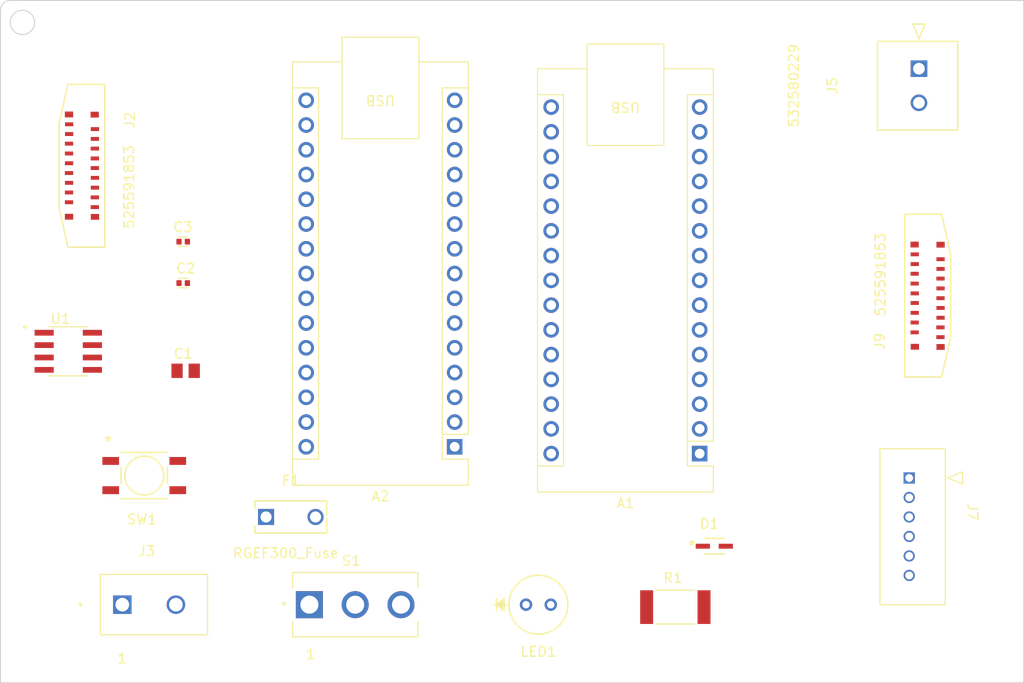
<source format=kicad_pcb>
(kicad_pcb (version 20211014) (generator pcbnew)
  (layers (0 "F.Cu" signal) (31 "B.Cu" signal) (34 "B.Paste" user) (35 "F.Paste" user) (36 "B.SilkS" user "B.Silkscreen") (37 "F.SilkS" user "F.Silkscreen") (38 "B.Mask" user) (39 "F.Mask" user) (44 "Edge.Cuts" user))
  (net 0 "")
  (net 1 "/7.4V")
  (net 8 "GNDREF")
  (footprint "CatBot_JSC:CAPC1005X55N" (layer "F.Cu") (at 108.75 76)
    (fp_text reference "C2" (at 0.25 -1.5) (layer "F.SilkS"))
    (fp_text value "CL05A104KA5NNNC")
    (fp_line (start -0.5 0.48) (end 0.5 0.48) (layer "F.SilkS") (width 0.127))
    (fp_line (start 0.5 -0.48) (end -0.5 -0.48) (layer "F.SilkS") (width 0.127))
    (pad "1" smd roundrect (at -0.43 0 90) (size 0.6 0.54) (layers "F.Cu" "F.Paste" "F.Mask") (roundrect_rratio 0.14))
    (pad "2" smd roundrect (at 0.43 0 90) (size 0.6 0.54) (layers "F.Cu" "F.Paste" "F.Mask") (roundrect_rratio 0.14))
  )
  (footprint "CatBot_JSC:Diode_CR_SOD323_MCC-M" (layer "F.Cu") (at 163.25 103)
    (fp_text reference "D1" (at -0.508 -2.286 unlocked) (layer "F.SilkS"))
    (fp_text value "1N4148WX-TP" hide)
    (fp_text user "*" (at -2.289899 0 unlocked) (layer "F.SilkS"))
    (fp_text user "*" (at -2.289899 0) (layer "F.SilkS"))
    (fp_line (start 1.0287 -0.8001) (end -1.0287 -0.8001) (layer "F.SilkS") (width 0.1524))
    (fp_line (start -1.0287 0.8001) (end 1.0287 0.8001) (layer "F.SilkS") (width 0.1524))
    (pad "1" smd rect (at -1.1803 0) (size 1.457198 0.5064) (layers "F.Cu" "F.Paste" "F.Mask"))
    (pad "2" smd rect (at 1.1803 0) (size 1.457198 0.5064) (layers "F.Cu" "F.Paste" "F.Mask"))
  )
  (footprint "CatBot_JSC:Push_Button_Switch_SW4_TL3305CF260QG_EWI-M" (layer "F.Cu") (at 104.75 95.75)
    (fp_text reference "SW1" (at -0.25 4.5 unlocked) (layer "F.SilkS"))
    (fp_text value "TL3305CF260QG" hide)
    (fp_text user "*" (at -3.6949 -3.454199 unlocked) (layer "F.SilkS"))
    (fp_text user "*" (at -3.6949 -3.454199) (layer "F.SilkS"))
    (fp_line (start -2.3749 -0.836626) (end -2.3749 0.836626) (layer "F.SilkS") (width 0.1524))
    (fp_line (start 2.3749 -2.3749) (end -2.3749 -2.3749) (layer "F.SilkS") (width 0.1524))
    (fp_line (start 2.3749 0.836626) (end 2.3749 -0.836626) (layer "F.SilkS") (width 0.1524))
    (fp_line (start -2.3749 2.3749) (end 2.3749 2.3749) (layer "F.SilkS") (width 0.1524))
    (fp_circle (center 0 0) (end 1.9939 0) (layer "F.SilkS") (width 0.1524) (fill none))
    (pad "1" smd rect (at -3.4409 -1.5) (size 1.711198 0.8112) (layers "F.Cu" "F.Paste" "F.Mask"))
    (pad "2" smd rect (at 3.4409 -1.5) (size 1.711198 0.8112) (layers "F.Cu" "F.Paste" "F.Mask"))
    (pad "3" smd rect (at -3.4409 1.5) (size 1.711198 0.8112) (layers "F.Cu" "F.Paste" "F.Mask"))
    (pad "4" smd rect (at 3.4409 1.5) (size 1.711198 0.8112) (layers "F.Cu" "F.Paste" "F.Mask"))
  )
  (footprint "CatBot_JSC:SOIC127P600X175-8N_MAX7480" (layer "F.Cu") (at 96.955 83)
    (fp_text reference "U1" (at -0.795 -3.332) (layer "F.SilkS"))
    (fp_text value "MAX7480ESA+" hide)
    (fp_line (start -2 -2.52) (end 2 -2.52) (layer "F.SilkS") (width 0.127))
    (fp_line (start -2 2.52) (end 2 2.52) (layer "F.SilkS") (width 0.127))
    (fp_circle (center -4.445 -2.495) (end -4.345 -2.495) (layer "F.SilkS") (width 0.2) (fill none))
    (pad "1" smd roundrect (at -2.475 -1.905) (size 1.97 0.59) (layers "F.Cu" "F.Paste" "F.Mask") (roundrect_rratio 0.07))
    (pad "2" smd roundrect (at -2.475 -0.635) (size 1.97 0.59) (layers "F.Cu" "F.Paste" "F.Mask") (roundrect_rratio 0.07))
    (pad "3" smd roundrect (at -2.475 0.635) (size 1.97 0.59) (layers "F.Cu" "F.Paste" "F.Mask") (roundrect_rratio 0.07))
    (pad "4" smd roundrect (at -2.475 1.905) (size 1.97 0.59) (layers "F.Cu" "F.Paste" "F.Mask") (roundrect_rratio 0.07))
    (pad "5" smd roundrect (at 2.475 1.905) (size 1.97 0.59) (layers "F.Cu" "F.Paste" "F.Mask") (roundrect_rratio 0.07))
    (pad "6" smd roundrect (at 2.475 0.635) (size 1.97 0.59) (layers "F.Cu" "F.Paste" "F.Mask") (roundrect_rratio 0.07))
    (pad "7" smd roundrect (at 2.475 -0.635) (size 1.97 0.59) (layers "F.Cu" "F.Paste" "F.Mask") (roundrect_rratio 0.07))
    (pad "8" smd roundrect (at 2.475 -1.905) (size 1.97 0.59) (layers "F.Cu" "F.Paste" "F.Mask") (roundrect_rratio 0.07))
  )
  (footprint "CatBot_JSC:CAPC1005X55N" (layer "F.Cu") (at 108.75 71.75)
    (fp_text reference "C3" (at -0.038306 -1.5) (layer "F.SilkS"))
    (fp_text value "CL05A104KA5NNNC")
    (fp_line (start 0.5 -0.48) (end -0.5 -0.48) (layer "F.SilkS") (width 0.127))
    (fp_line (start -0.5 0.48) (end 0.5 0.48) (layer "F.SilkS") (width 0.127))
    (pad "1" smd roundrect (at -0.43 0 90) (size 0.6 0.54) (layers "F.Cu" "F.Paste" "F.Mask") (roundrect_rratio 0.14))
    (pad "2" smd roundrect (at 0.43 0 90) (size 0.6 0.54) (layers "F.Cu" "F.Paste" "F.Mask") (roundrect_rratio 0.14))
  )
  (footprint "CatBot_JSC:Slider_switch_500SSP1S2M2QEA" (layer "F.Cu") (at 126.4 109)
    (fp_text reference "S1" (at -0.4 -4.5) (layer "F.SilkS"))
    (fp_text value "500SSP1S2M2QEA" hide)
    (fp_text user "1" (at -4.572 5.08 unlocked) (layer "F.SilkS"))
    (fp_line (start 6.425 -3.3) (end 6.425 -1.75) (layer "F.SilkS") (width 0.127))
    (fp_line (start -6.425 3.3) (end -6.425 1.75) (layer "F.SilkS") (width 0.127))
    (fp_line (start -6.425 -3.3) (end 6.425 -3.3) (layer "F.SilkS") (width 0.127))
    (fp_line (start 6.425 3.3) (end -6.425 3.3) (layer "F.SilkS") (width 0.127))
    (fp_line (start 6.425 1.75) (end 6.425 3.3) (layer "F.SilkS") (width 0.127))
    (fp_line (start -6.425 -1.75) (end -6.425 -3.3) (layer "F.SilkS") (width 0.127))
    (fp_circle (center -7.3 -0.1) (end -7.2 -0.1) (layer "F.SilkS") (width 0.2) (fill none))
    (pad "1" thru_hole rect (at -4.7 0) (size 2.775 2.775) (drill 1.85) (layers *.Cu *.Mask))
    (pad "2" thru_hole circle (at 0 0) (size 2.775 2.775) (drill 1.85) (layers *.Cu *.Mask))
    (pad "3" thru_hole circle (at 4.7 0) (size 2.775 2.775) (drill 1.85) (layers *.Cu *.Mask))
  )
  (footprint "CatBot_JSC:Arduino_BLE_33" (layer "F.Cu") (at 136.61 92.8 180)
    (fp_text reference "A2" (at 7.62 -5.08) (layer "F.SilkS"))
    (fp_text value "Arduino_Nano")
    (fp_text user "USB" (at 7.62 35.56 180 unlocked) (layer "F.SilkS"))
    (fp_line (start 1.27 1.27) (end -1.4 1.27) (layer "F.SilkS") (width 0.12))
    (fp_line (start 16.64 -3.94) (end -1.4 -3.94) (layer "F.SilkS") (width 0.12))
    (fp_line (start 16.64 39.5) (end 11.56 39.5) (layer "F.SilkS") (width 0.12))
    (fp_line (start 13.97 36.83) (end 16.64 36.83) (layer "F.SilkS") (width 0.12))
    (fp_line (start 16.64 39.5) (end 16.64 -3.94) (layer "F.SilkS") (width 0.12))
    (fp_line (start 3.68 42.04) (end 3.68 31.62) (layer "F.SilkS") (width 0.12))
    (fp_line (start 13.97 -1.27) (end 13.97 36.83) (layer "F.SilkS") (width 0.12))
    (fp_line (start 1.27 36.83) (end -1.4 36.83) (layer "F.SilkS") (width 0.12))
    (fp_line (start 3.68 31.62) (end 11.56 31.62) (layer "F.SilkS") (width 0.12))
    (fp_line (start 11.56 42.04) (end 3.68 42.04) (layer "F.SilkS") (width 0.12))
    (fp_line (start 1.27 1.27) (end 1.27 -1.27) (layer "F.SilkS") (width 0.12))
    (fp_line (start -1.4 39.5) (end 3.68 39.5) (layer "F.SilkS") (width 0.12))
    (fp_line (start 1.27 1.27) (end 1.27 36.83) (layer "F.SilkS") (width 0.12))
    (fp_line (start 11.56 31.62) (end 11.56 42.04) (layer "F.SilkS") (width 0.12))
    (fp_line (start 1.27 -1.27) (end -1.4 -1.27) (layer "F.SilkS") (width 0.12))
    (fp_line (start 13.97 -1.27) (end 16.64 -1.27) (layer "F.SilkS") (width 0.12))
    (fp_line (start -1.4 1.27) (end -1.4 39.5) (layer "F.SilkS") (width 0.12))
    (fp_line (start -1.4 -3.94) (end -1.4 -1.27) (layer "F.SilkS") (width 0.12))
    (pad "1" thru_hole rect (at 0 0 180) (size 1.6 1.6) (drill 1) (layers *.Cu *.Mask))
    (pad "2" thru_hole oval (at 0 2.54 180) (size 1.6 1.6) (drill 1) (layers *.Cu *.Mask))
    (pad "3" thru_hole oval (at 0 5.08 180) (size 1.6 1.6) (drill 1) (layers *.Cu *.Mask))
    (pad "4" thru_hole oval (at 0 7.62 180) (size 1.6 1.6) (drill 1) (layers *.Cu *.Mask))
    (pad "5" thru_hole oval (at 0 10.16 180) (size 1.6 1.6) (drill 1) (layers *.Cu *.Mask))
    (pad "6" thru_hole oval (at 0 12.7 180) (size 1.6 1.6) (drill 1) (layers *.Cu *.Mask))
    (pad "7" thru_hole oval (at 0 15.24 180) (size 1.6 1.6) (drill 1) (layers *.Cu *.Mask))
    (pad "8" thru_hole oval (at 0 17.78 180) (size 1.6 1.6) (drill 1) (layers *.Cu *.Mask))
    (pad "9" thru_hole oval (at 0 20.32 180) (size 1.6 1.6) (drill 1) (layers *.Cu *.Mask))
    (pad "10" thru_hole oval (at 0 22.86 180) (size 1.6 1.6) (drill 1) (layers *.Cu *.Mask))
    (pad "11" thru_hole oval (at 0 25.4 180) (size 1.6 1.6) (drill 1) (layers *.Cu *.Mask))
    (pad "12" thru_hole oval (at 0 27.94 180) (size 1.6 1.6) (drill 1) (layers *.Cu *.Mask))
    (pad "13" thru_hole oval (at 0 30.48 180) (size 1.6 1.6) (drill 1) (layers *.Cu *.Mask))
    (pad "14" thru_hole oval (at 0 33.02 180) (size 1.6 1.6) (drill 1) (layers *.Cu *.Mask))
    (pad "15" thru_hole oval (at 0 35.56 180) (size 1.6 1.6) (drill 1) (layers *.Cu *.Mask))
    (pad "16" thru_hole oval (at 15.24 35.56 180) (size 1.6 1.6) (drill 1) (layers *.Cu *.Mask))
    (pad "17" thru_hole oval (at 15.24 33.02 180) (size 1.6 1.6) (drill 1) (layers *.Cu *.Mask))
    (pad "18" thru_hole oval (at 15.24 30.48 180) (size 1.6 1.6) (drill 1) (layers *.Cu *.Mask))
    (pad "19" thru_hole oval (at 15.24 27.94 180) (size 1.6 1.6) (drill 1) (layers *.Cu *.Mask))
    (pad "20" thru_hole oval (at 15.24 25.4 180) (size 1.6 1.6) (drill 1) (layers *.Cu *.Mask))
    (pad "21" thru_hole oval (at 15.24 22.86 180) (size 1.6 1.6) (drill 1) (layers *.Cu *.Mask))
    (pad "22" thru_hole oval (at 15.24 20.32 180) (size 1.6 1.6) (drill 1) (layers *.Cu *.Mask))
    (pad "23" thru_hole oval (at 15.24 17.78 180) (size 1.6 1.6) (drill 1) (layers *.Cu *.Mask))
    (pad "24" thru_hole oval (at 15.24 15.24 180) (size 1.6 1.6) (drill 1) (layers *.Cu *.Mask))
    (pad "25" thru_hole oval (at 15.24 12.7 180) (size 1.6 1.6) (drill 1) (layers *.Cu *.Mask))
    (pad "26" thru_hole oval (at 15.24 10.16 180) (size 1.6 1.6) (drill 1) (layers *.Cu *.Mask))
    (pad "27" thru_hole oval (at 15.24 7.62 180) (size 1.6 1.6) (drill 1) (layers *.Cu *.Mask))
    (pad "28" thru_hole oval (at 15.24 5.08 180) (size 1.6 1.6) (drill 1) (layers *.Cu *.Mask))
    (pad "29" thru_hole oval (at 15.24 2.54 180) (size 1.6 1.6) (drill 1) (layers *.Cu *.Mask))
    (pad "30" thru_hole oval (at 15.24 0 180) (size 1.6 1.6) (drill 1) (layers *.Cu *.Mask))
  )
  (footprint "Molex_connectors_JSC:CON_39288020" (layer "F.Cu") (at 102.5 109 90)
    (fp_text reference "J3" (at 5.5 2.499999 unlocked) (layer "F.SilkS"))
    (fp_text value "39288020" hide)
    (fp_text user "1" (at -5.5 -0.000001 unlocked) (layer "F.SilkS"))
    (fp_line (start 3.099994 8.75) (end 3.099994 -2.250001) (layer "F.SilkS") (width 0.127))
    (fp_line (start 3.099994 -2.250001) (end -3.099994 -2.250001) (layer "F.SilkS") (width 0.127))
    (fp_line (start -3.099994 -2.250001) (end -3.099994 8.75) (layer "F.SilkS") (width 0.127))
    (fp_line (start -3.099994 8.75) (end 3.099994 8.75) (layer "F.SilkS") (width 0.127))
    (fp_circle (center 0 -4.318) (end 0.1 -4.318) (layer "F.SilkS") (width 0.2) (fill none))
    (pad "1" thru_hole rect (at 0 0 90) (size 1.9 1.9) (drill 1.4) (layers *.Cu *.Mask) (net 1 "/7.4V"))
    (pad "2" thru_hole circle (at 0 5.499999 90) (size 1.9 1.9) (drill 1.4) (layers *.Cu *.Mask) (net 8 "GNDREF"))
  )
  (footprint "Molex_connectors_JSC:CON_559320630_MOL" (layer "F.Cu") (at 183.25 96 -90)
    (fp_text reference "J7" (at 3.5 -6.5 -90 unlocked) (layer "F.SilkS"))
    (fp_text value "559320630" hide)
    (fp_line (start 12.999984 -3.7) (end -2.999984 -3.7) (layer "F.SilkS") (width 0.127))
    (fp_line (start 0.635 -5.478) (end -0.635 -5.478) (layer "F.SilkS") (width 0.127))
    (fp_line (start 0 -3.954) (end 0.635 -5.478) (layer "F.SilkS") (width 0.127))
    (fp_line (start -0.635 -5.478) (end 0 -3.954) (layer "F.SilkS") (width 0.127))
    (fp_line (start 12.999984 2.999999) (end 12.999984 -3.7) (layer "F.SilkS") (width 0.127))
    (fp_line (start -2.999984 2.999999) (end 12.999984 2.999999) (layer "F.SilkS") (width 0.127))
    (fp_line (start -2.999984 -3.7) (end -2.999984 2.999999) (layer "F.SilkS") (width 0.127))
    (pad "1" thru_hole rect (at 0 0 270) (size 1.15 1.15) (drill 0.8) (layers *.Cu *.Mask))
    (pad "2" thru_hole circle (at 2.000001 0 270) (size 1.15 1.15) (drill 0.8) (layers *.Cu *.Mask))
    (pad "3" thru_hole circle (at 4 0 270) (size 1.15 1.15) (drill 0.8) (layers *.Cu *.Mask))
    (pad "4" thru_hole circle (at 6.000001 0 270) (size 1.15 1.15) (drill 0.8) (layers *.Cu *.Mask))
    (pad "5" thru_hole circle (at 7.999999 0 270) (size 1.15 1.15) (drill 0.8) (layers *.Cu *.Mask))
    (pad "6" thru_hole circle (at 10 0 270) (size 1.15 1.15) (drill 0.8) (layers *.Cu *.Mask))
  )
  (footprint "Molex_connectors_JSC:CON_525591853_MOL" (layer "F.Cu") (at 98.5 63.75 -90)
    (fp_text reference "J2" (at -4.480388 -4.7752 90) (layer "F.SilkS"))
    (fp_text value "0525591853" hide)
    (fp_text user "525591853" (at 2.377612 -4.699 90) (layer "F.SilkS"))
    (fp_line (start 8.562382 -2.208275) (end 8.562382 1.578239) (layer "F.SilkS") (width 0.1524))
    (fp_line (start 4.518516 2.491377) (end -4.093752 2.491377) (layer "F.SilkS") (width 0.1524))
    (fp_line (start -4.093752 2.491377) (end -8.137618 1.578239) (layer "F.SilkS") (width 0.1524))
    (fp_line (start -8.137618 1.578239) (end -8.137618 -2.208275) (layer "F.SilkS") (width 0.1524))
    (fp_line (start 8.562382 1.578239) (end 4.518516 2.491377) (layer "F.SilkS") (width 0.1524))
    (fp_line (start -8.137618 -2.208275) (end 8.562382 -2.208275) (layer "F.SilkS") (width 0.1524))
    (pad "1" smd rect (at -5.034976 -1.1684 270) (size 0.6 0.85) (layers "F.Cu" "F.Paste" "F.Mask"))
    (pad "1" smd rect (at -5.052753 1.46837 270) (size 0.6 0.85) (layers "F.Cu" "F.Paste" "F.Mask"))
    (pad "2" smd rect (at -3.552413 -1.191441 270) (size 0.4 0.85) (layers "F.Cu" "F.Paste" "F.Mask"))
    (pad "3" smd rect (at -2.546792 -1.188067 270) (size 0.4 0.85) (layers "F.Cu" "F.Paste" "F.Mask"))
    (pad "4" smd rect (at -1.552228 -1.184082 270) (size 0.4 0.85) (layers "F.Cu" "F.Paste" "F.Mask"))
    (pad "5" smd rect (at -0.541478 -1.184082 270) (size 0.4 0.85) (layers "F.Cu" "F.Paste" "F.Mask"))
    (pad "6" smd rect (at 0.444976 -1.184082 270) (size 0.4 0.85) (layers "F.Cu" "F.Paste" "F.Mask"))
    (pad "7" smd rect (at 1.449861 -1.19097 270) (size 0.4 0.85) (layers "F.Cu" "F.Paste" "F.Mask"))
    (pad "8" smd rect (at 2.458024 -1.19097 270) (size 0.4 0.85) (layers "F.Cu" "F.Paste" "F.Mask"))
    (pad "9" smd rect (at 3.453521 -1.181717 270) (size 0.4 0.85) (layers "F.Cu" "F.Paste" "F.Mask"))
    (pad "10" smd rect (at 4.452394 -1.181717 270) (size 0.4 0.85) (layers "F.Cu" "F.Paste" "F.Mask"))
    (pad "11" smd rect (at 5.455223 -1.196089 270) (size 0.6 0.85) (layers "F.Cu" "F.Paste" "F.Mask"))
    (pad "12" smd rect (at 5.439956 1.466975 270) (size 0.6 0.85) (layers "F.Cu" "F.Paste" "F.Mask"))
    (pad "13" smd rect (at 3.952239 1.467001 270) (size 0.4 0.85) (layers "F.Cu" "F.Paste" "F.Mask"))
    (pad "14" smd rect (at 2.953713 1.467368 270) (size 0.4 0.85) (layers "F.Cu" "F.Paste" "F.Mask"))
    (pad "15" smd rect (at 1.962399 1.461537 270) (size 0.4 0.85) (layers "F.Cu" "F.Paste" "F.Mask"))
    (pad "16" smd rect (at 0.955564 1.4664 270) (size 0.4 0.85) (layers "F.Cu" "F.Paste" "F.Mask"))
    (pad "17" smd rect (at -0.048708 1.46235 270) (size 0.4 0.85) (layers "F.Cu" "F.Paste" "F.Mask"))
    (pad "18" smd rect (at -1.04893 1.4664 270) (size 0.4 0.85) (layers "F.Cu" "F.Paste" "F.Mask"))
    (pad "19" smd rect (at -2.057251 1.4664 270) (size 0.4 0.85) (layers "F.Cu" "F.Paste" "F.Mask"))
    (pad "20" smd rect (at -3.044778 1.456842 270) (size 0.4 0.85) (layers "F.Cu" "F.Paste" "F.Mask"))
    (pad "21" smd rect (at -4.045421 1.456842 270) (size 0.4 0.85) (layers "F.Cu" "F.Paste" "F.Mask"))
  )
  (footprint "CatBot_JSC:Arduino_BLE_33" (layer "F.Cu") (at 161.75 93.5 180)
    (fp_text reference "A1" (at 7.62 -5.08) (layer "F.SilkS"))
    (fp_text value "Arduino_Nano")
    (fp_text user "USB" (at 7.62 35.56 180 unlocked) (layer "F.SilkS"))
    (fp_line (start 13.97 -1.27) (end 16.64 -1.27) (layer "F.SilkS") (width 0.12))
    (fp_line (start -1.4 39.5) (end 3.68 39.5) (layer "F.SilkS") (width 0.12))
    (fp_line (start 1.27 36.83) (end -1.4 36.83) (layer "F.SilkS") (width 0.12))
    (fp_line (start 1.27 1.27) (end 1.27 36.83) (layer "F.SilkS") (width 0.12))
    (fp_line (start 16.64 39.5) (end 11.56 39.5) (layer "F.SilkS") (width 0.12))
    (fp_line (start 11.56 31.62) (end 11.56 42.04) (layer "F.SilkS") (width 0.12))
    (fp_line (start 1.27 1.27) (end 1.27 -1.27) (layer "F.SilkS") (width 0.12))
    (fp_line (start 1.27 -1.27) (end -1.4 -1.27) (layer "F.SilkS") (width 0.12))
    (fp_line (start 13.97 -1.27) (end 13.97 36.83) (layer "F.SilkS") (width 0.12))
    (fp_line (start -1.4 -3.94) (end -1.4 -1.27) (layer "F.SilkS") (width 0.12))
    (fp_line (start 16.64 -3.94) (end -1.4 -3.94) (layer "F.SilkS") (width 0.12))
    (fp_line (start 13.97 36.83) (end 16.64 36.83) (layer "F.SilkS") (width 0.12))
    (fp_line (start 1.27 1.27) (end -1.4 1.27) (layer "F.SilkS") (width 0.12))
    (fp_line (start -1.4 1.27) (end -1.4 39.5) (layer "F.SilkS") (width 0.12))
    (fp_line (start 11.56 42.04) (end 3.68 42.04) (layer "F.SilkS") (width 0.12))
    (fp_line (start 3.68 31.62) (end 11.56 31.62) (layer "F.SilkS") (width 0.12))
    (fp_line (start 16.64 39.5) (end 16.64 -3.94) (layer "F.SilkS") (width 0.12))
    (fp_line (start 3.68 42.04) (end 3.68 31.62) (layer "F.SilkS") (width 0.12))
    (pad "1" thru_hole rect (at 0 0 180) (size 1.6 1.6) (drill 1) (layers *.Cu *.Mask))
    (pad "2" thru_hole oval (at 0 2.54 180) (size 1.6 1.6) (drill 1) (layers *.Cu *.Mask))
    (pad "3" thru_hole oval (at 0 5.08 180) (size 1.6 1.6) (drill 1) (layers *.Cu *.Mask))
    (pad "4" thru_hole oval (at 0 7.62 180) (size 1.6 1.6) (drill 1) (layers *.Cu *.Mask))
    (pad "5" thru_hole oval (at 0 10.16 180) (size 1.6 1.6) (drill 1) (layers *.Cu *.Mask))
    (pad "6" thru_hole oval (at 0 12.7 180) (size 1.6 1.6) (drill 1) (layers *.Cu *.Mask))
    (pad "7" thru_hole oval (at 0 15.24 180) (size 1.6 1.6) (drill 1) (layers *.Cu *.Mask))
    (pad "8" thru_hole oval (at 0 17.78 180) (size 1.6 1.6) (drill 1) (layers *.Cu *.Mask))
    (pad "9" thru_hole oval (at 0 20.32 180) (size 1.6 1.6) (drill 1) (layers *.Cu *.Mask))
    (pad "10" thru_hole oval (at 0 22.86 180) (size 1.6 1.6) (drill 1) (layers *.Cu *.Mask))
    (pad "11" thru_hole oval (at 0 25.4 180) (size 1.6 1.6) (drill 1) (layers *.Cu *.Mask))
    (pad "12" thru_hole oval (at 0 27.94 180) (size 1.6 1.6) (drill 1) (layers *.Cu *.Mask))
    (pad "13" thru_hole oval (at 0 30.48 180) (size 1.6 1.6) (drill 1) (layers *.Cu *.Mask))
    (pad "14" thru_hole oval (at 0 33.02 180) (size 1.6 1.6) (drill 1) (layers *.Cu *.Mask))
    (pad "15" thru_hole oval (at 0 35.56 180) (size 1.6 1.6) (drill 1) (layers *.Cu *.Mask))
    (pad "16" thru_hole oval (at 15.24 35.56 180) (size 1.6 1.6) (drill 1) (layers *.Cu *.Mask))
    (pad "17" thru_hole oval (at 15.24 33.02 180) (size 1.6 1.6) (drill 1) (layers *.Cu *.Mask))
    (pad "18" thru_hole oval (at 15.24 30.48 180) (size 1.6 1.6) (drill 1) (layers *.Cu *.Mask))
    (pad "19" thru_hole oval (at 15.24 27.94 180) (size 1.6 1.6) (drill 1) (layers *.Cu *.Mask))
    (pad "20" thru_hole oval (at 15.24 25.4 180) (size 1.6 1.6) (drill 1) (layers *.Cu *.Mask))
    (pad "21" thru_hole oval (at 15.24 22.86 180) (size 1.6 1.6) (drill 1) (layers *.Cu *.Mask))
    (pad "22" thru_hole oval (at 15.24 20.32 180) (size 1.6 1.6) (drill 1) (layers *.Cu *.Mask))
    (pad "23" thru_hole oval (at 15.24 17.78 180) (size 1.6 1.6) (drill 1) (layers *.Cu *.Mask))
    (pad "24" thru_hole oval (at 15.24 15.24 180) (size 1.6 1.6) (drill 1) (layers *.Cu *.Mask))
    (pad "25" thru_hole oval (at 15.24 12.7 180) (size 1.6 1.6) (drill 1) (layers *.Cu *.Mask))
    (pad "26" thru_hole oval (at 15.24 10.16 180) (size 1.6 1.6) (drill 1) (layers *.Cu *.Mask))
    (pad "27" thru_hole oval (at 15.24 7.62 180) (size 1.6 1.6) (drill 1) (layers *.Cu *.Mask))
    (pad "28" thru_hole oval (at 15.24 5.08 180) (size 1.6 1.6) (drill 1) (layers *.Cu *.Mask))
    (pad "29" thru_hole oval (at 15.24 2.54 180) (size 1.6 1.6) (drill 1) (layers *.Cu *.Mask))
    (pad "30" thru_hole oval (at 15.24 0 180) (size 1.6 1.6) (drill 1) (layers *.Cu *.Mask))
  )
  (footprint "Molex_connectors_JSC:CON_532580229_MOL" (layer "F.Cu") (at 184.25 54 90)
    (fp_text reference "J5" (at -1.749991 -8.89 90 unlocked) (layer "F.SilkS"))
    (fp_text value "532580229")
    (fp_text user "532580229" (at -1.749991 -12.835001 90 unlocked) (layer "F.SilkS"))
    (fp_line (start 4.578 -0.635) (end 4.578 0.635) (layer "F.SilkS") (width 0.1524))
    (fp_line (start -6.299983 3.989999) (end 2.799999 3.989999) (layer "F.SilkS") (width 0.1524))
    (fp_line (start 4.578 0.635) (end 3.053999 0) (layer "F.SilkS") (width 0.1524))
    (fp_line (start 3.053999 0) (end 4.578 -0.635) (layer "F.SilkS") (width 0.1524))
    (fp_line (start 2.799999 -4.260002) (end -6.299983 -4.260002) (layer "F.SilkS") (width 0.1524))
    (fp_line (start -6.299983 -4.260002) (end -6.299983 3.989999) (layer "F.SilkS") (width 0.1524))
    (fp_line (start 2.799999 3.989999) (end 2.799999 -4.260002) (layer "F.SilkS") (width 0.1524))
    (pad "1" thru_hole rect (at 0 0 90) (size 1.7 1.7) (drill 1.2) (layers *.Cu *.Mask))
    (pad "2" thru_hole circle (at -3.500001 0 90) (size 1.7 1.7) (drill 1.2) (layers *.Cu *.Mask))
  )
  (footprint "CatBot_JSC:CAPC2012X94N" (layer "F.Cu") (at 109 85)
    (fp_text reference "C1" (at -0.25 -1.75) (layer "F.SilkS"))
    (fp_text value "08055C502KAT2A" hide)
    (pad "1" smd rect (at -0.88 0) (size 1.16 1.47) (layers "F.Cu" "F.Paste" "F.Mask"))
    (pad "2" smd rect (at 0.88 0) (size 1.16 1.47) (layers "F.Cu" "F.Paste" "F.Mask"))
  )
  (footprint "CatBot_JSC:RGEF300" (layer "F.Cu") (at 117.25 100)
    (fp_text reference "F1" (at 2.54 -3.7338) (layer "F.SilkS"))
    (fp_text value "RGEF300_Fuse" (at 2.0066 3.7084) (layer "F.SilkS"))
    (fp_line (start -1.143 -1.651) (end -1.143 -0.925047) (layer "F.SilkS") (width 0.1524))
    (fp_line (start -1.143 0.925047) (end -1.143 1.651) (layer "F.SilkS") (width 0.1524))
    (fp_line (start 6.223 -0.187272) (end 6.223 -1.651) (layer "F.SilkS") (width 0.1524))
    (fp_line (start 6.223 1.651) (end 6.223 0.187272) (layer "F.SilkS") (width 0.1524))
    (fp_line (start 6.223 -1.651) (end -1.143 -1.651) (layer "F.SilkS") (width 0.1524))
    (fp_line (start -1.143 1.651) (end 6.223 1.651) (layer "F.SilkS") (width 0.1524))
    (pad "1" thru_hole rect (at 0 0) (size 1.651 1.651) (drill 1.143) (layers *.Cu *.Mask))
    (pad "2" thru_hole circle (at 5.08 0) (size 1.651 1.651) (drill 1.143) (layers *.Cu *.Mask))
  )
  (footprint "Molex_connectors_JSC:CON_525591853_MOL" (layer "F.Cu") (at 185 77.5 90)
    (fp_text reference "J9" (at -4.480388 -4.7752 90) (layer "F.SilkS"))
    (fp_text value "0525591853" hide)
    (fp_text user "525591853" (at 2.377612 -4.699 90) (layer "F.SilkS"))
    (fp_line (start 8.562382 1.578239) (end 4.518516 2.491377) (layer "F.SilkS") (width 0.1524))
    (fp_line (start 8.562382 -2.208275) (end 8.562382 1.578239) (layer "F.SilkS") (width 0.1524))
    (fp_line (start -8.137618 -2.208275) (end 8.562382 -2.208275) (layer "F.SilkS") (width 0.1524))
    (fp_line (start -4.093752 2.491377) (end -8.137618 1.578239) (layer "F.SilkS") (width 0.1524))
    (fp_line (start -8.137618 1.578239) (end -8.137618 -2.208275) (layer "F.SilkS") (width 0.1524))
    (fp_line (start 4.518516 2.491377) (end -4.093752 2.491377) (layer "F.SilkS") (width 0.1524))
    (pad "1" smd rect (at -5.034976 -1.1684 90) (size 0.6 0.85) (layers "F.Cu" "F.Paste" "F.Mask"))
    (pad "1" smd rect (at -5.052753 1.46837 90) (size 0.6 0.85) (layers "F.Cu" "F.Paste" "F.Mask"))
    (pad "2" smd rect (at -3.552413 -1.191441 90) (size 0.4 0.85) (layers "F.Cu" "F.Paste" "F.Mask"))
    (pad "3" smd rect (at -2.546792 -1.188067 90) (size 0.4 0.85) (layers "F.Cu" "F.Paste" "F.Mask"))
    (pad "4" smd rect (at -1.552228 -1.184082 90) (size 0.4 0.85) (layers "F.Cu" "F.Paste" "F.Mask"))
    (pad "5" smd rect (at -0.541478 -1.184082 90) (size 0.4 0.85) (layers "F.Cu" "F.Paste" "F.Mask"))
    (pad "6" smd rect (at 0.444976 -1.184082 90) (size 0.4 0.85) (layers "F.Cu" "F.Paste" "F.Mask"))
    (pad "7" smd rect (at 1.449861 -1.19097 90) (size 0.4 0.85) (layers "F.Cu" "F.Paste" "F.Mask"))
    (pad "8" smd rect (at 2.458024 -1.19097 90) (size 0.4 0.85) (layers "F.Cu" "F.Paste" "F.Mask"))
    (pad "9" smd rect (at 3.453521 -1.181717 90) (size 0.4 0.85) (layers "F.Cu" "F.Paste" "F.Mask"))
    (pad "10" smd rect (at 4.452394 -1.181717 90) (size 0.4 0.85) (layers "F.Cu" "F.Paste" "F.Mask"))
    (pad "11" smd rect (at 5.455223 -1.196089 90) (size 0.6 0.85) (layers "F.Cu" "F.Paste" "F.Mask"))
    (pad "12" smd rect (at 5.439956 1.466975 90) (size 0.6 0.85) (layers "F.Cu" "F.Paste" "F.Mask"))
    (pad "13" smd rect (at 3.952239 1.467001 90) (size 0.4 0.85) (layers "F.Cu" "F.Paste" "F.Mask"))
    (pad "14" smd rect (at 2.953713 1.467368 90) (size 0.4 0.85) (layers "F.Cu" "F.Paste" "F.Mask"))
    (pad "15" smd rect (at 1.962399 1.461537 90) (size 0.4 0.85) (layers "F.Cu" "F.Paste" "F.Mask"))
    (pad "16" smd rect (at 0.955564 1.4664 90) (size 0.4 0.85) (layers "F.Cu" "F.Paste" "F.Mask"))
    (pad "17" smd rect (at -0.048708 1.46235 90) (size 0.4 0.85) (layers "F.Cu" "F.Paste" "F.Mask"))
    (pad "18" smd rect (at -1.04893 1.4664 90) (size 0.4 0.85) (layers "F.Cu" "F.Paste" "F.Mask"))
    (pad "19" smd rect (at -2.057251 1.4664 90) (size 0.4 0.85) (layers "F.Cu" "F.Paste" "F.Mask"))
    (pad "20" smd rect (at -3.044778 1.456842 90) (size 0.4 0.85) (layers "F.Cu" "F.Paste" "F.Mask"))
    (pad "21" smd rect (at -4.045421 1.456842 90) (size 0.4 0.85) (layers "F.Cu" "F.Paste" "F.Mask"))
  )
  (footprint "CatBot_JSC:Led_green_C503B" (layer "F.Cu") (at 143.9285 109)
    (fp_text reference "LED1" (at 1.27 4.826 unlocked) (layer "F.SilkS"))
    (fp_text value "C503B-GAN-CB0F0791" hide)
    (fp_line (start -3.0226 0) (end -2.2606 0.635) (layer "F.SilkS") (width 0.1524))
    (fp_line (start -3.0226 -0.635) (end -3.0226 0.635) (layer "F.SilkS") (width 0.1524))
    (fp_line (start -3.0226 0) (end -2.2606 -0.127) (layer "F.SilkS") (width 0.1524))
    (fp_line (start -2.0066 0) (end -3.2766 0) (layer "F.SilkS") (width 0.1524))
    (fp_line (start -3.0226 0) (end -2.2606 0.381) (layer "F.SilkS") (width 0.1524))
    (fp_line (start -3.0226 0) (end -2.2606 -0.635) (layer "F.SilkS") (width 0.1524))
    (fp_line (start -3.0226 0) (end -2.2606 -0.381) (layer "F.SilkS") (width 0.1524))
    (fp_line (start -3.0226 0) (end -2.2606 0.127) (layer "F.SilkS") (width 0.1524))
    (fp_line (start -3.0226 0) (end -2.2606 0.254) (layer "F.SilkS") (width 0.1524))
    (fp_line (start -3.0226 0) (end -2.2606 -0.508) (layer "F.SilkS") (width 0.1524))
    (fp_line (start -3.0226 0) (end -2.2606 0.508) (layer "F.SilkS") (width 0.1524))
    (fp_line (start -2.2606 -0.635) (end -2.2606 0.635) (layer "F.SilkS") (width 0.1524))
    (fp_line (start -3.0226 0) (end -2.2606 -0.254) (layer "F.SilkS") (width 0.1524))
    (fp_circle (center 1.27 0) (end 4.2926 0) (layer "F.SilkS") (width 0.1524) (fill none))
    (pad "1" thru_hole circle (at 0 0) (size 1.27 1.27) (drill 0.762) (layers *.Cu *.Mask))
    (pad "2" thru_hole circle (at 2.54 0) (size 1.27 1.27) (drill 0.762) (layers *.Cu *.Mask))
  )
  (footprint "CatBot_JSC:300_Ohm_RESC6332X70N" (layer "F.Cu") (at 159.25 109.25)
    (fp_text reference "R1" (at -0.25 -3) (layer "F.SilkS"))
    (fp_text value "RMCF2512FT330R" hide)
    (fp_line (start -1.96 -1.73) (end 1.96 -1.73) (layer "F.SilkS") (width 0.127))
    (fp_line (start -1.96 1.73) (end 1.96 1.73) (layer "F.SilkS") (width 0.127))
    (pad "1" smd rect (at -2.944 0) (size 1.33 3.46) (layers "F.Cu" "F.Paste" "F.Mask"))
    (pad "2" smd rect (at 2.944 0) (size 1.33 3.46) (layers "F.Cu" "F.Paste" "F.Mask"))
  )
  (gr_circle (center 92.25 49.25) (end 93.5 49.25) (layer "Edge.Cuts") (width 0.1) (fill none))
  (gr_line (start 195 117) (end 90 117) (layer "Edge.Cuts") (width 0.1))
  (gr_line (start 91 47) (end 195 47) (layer "Edge.Cuts") (width 0.1))
  (gr_arc (start 90 48) (mid 90.292893 47.292893) (end 91 47) (layer "Edge.Cuts") (width 0.1))
  (gr_line (start 195 47) (end 195 117) (layer "Edge.Cuts") (width 0.1))
  (gr_line (start 90 117) (end 90 48) (layer "Edge.Cuts") (width 0.1))
)
</source>
